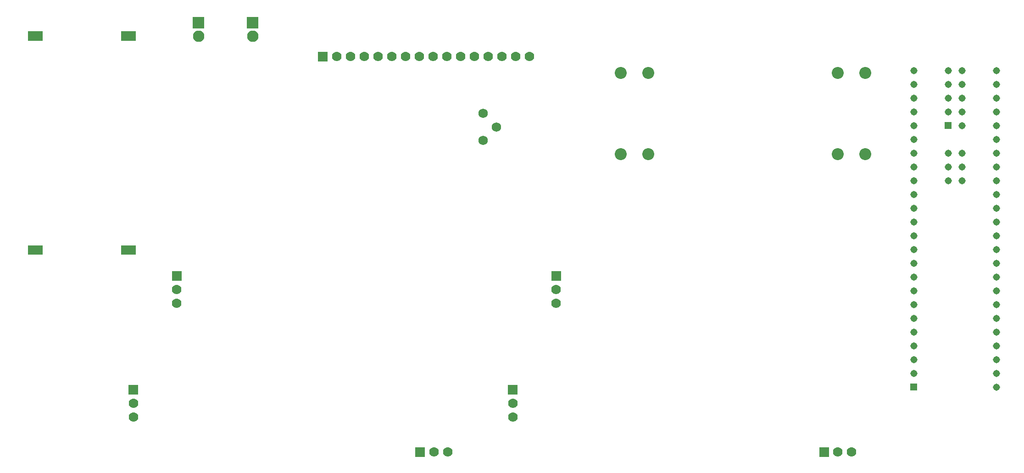
<source format=gts>
G04 Layer: TopSolderMaskLayer*
G04 EasyEDA v6.3.22, 2020-01-02T17:57:10--6:00*
G04 9629da53efd44d938a0aa96a75fe1ddf,91dbd57421b04f99998894d68b3b19aa,10*
G04 Gerber Generator version 0.2*
G04 Scale: 100 percent, Rotated: No, Reflected: No *
G04 Dimensions in millimeters *
G04 leading zeros omitted , absolute positions ,3 integer and 3 decimal *
%FSLAX33Y33*%
%MOMM*%
G90*
G71D02*

%ADD30C,1.311148*%
%ADD32C,1.311199*%
%ADD34C,2.203196*%
%ADD35C,1.727200*%
%ADD37C,1.778000*%
%ADD39C,2.103196*%

%LPD*%
G36*
G01X168343Y22345D02*
G01X168343Y23655D01*
G01X169656Y23655D01*
G01X169656Y22345D01*
G01X168343Y22345D01*
G37*
G54D30*
G01X168999Y25540D03*
G01X168999Y28080D03*
G01X168999Y30620D03*
G01X168999Y33160D03*
G01X168999Y35700D03*
G01X168999Y38240D03*
G01X168999Y40780D03*
G01X168999Y43320D03*
G01X168999Y45860D03*
G01X168999Y48400D03*
G01X168999Y50940D03*
G01X168999Y53480D03*
G01X168999Y56020D03*
G01X168999Y58560D03*
G01X168999Y61100D03*
G01X168999Y63640D03*
G01X168999Y66180D03*
G01X168999Y68720D03*
G01X168999Y71260D03*
G01X168999Y73800D03*
G01X168999Y76340D03*
G01X168999Y78880D03*
G01X168999Y81420D03*
G01X184239Y81420D03*
G01X184239Y78880D03*
G01X184239Y76340D03*
G01X184239Y73800D03*
G01X184239Y71260D03*
G01X184239Y68720D03*
G01X184239Y66180D03*
G01X184239Y63640D03*
G01X184239Y61100D03*
G01X184239Y58560D03*
G01X184239Y56020D03*
G01X184239Y53480D03*
G01X184239Y50940D03*
G01X184239Y48400D03*
G01X184239Y45860D03*
G01X184239Y43320D03*
G01X184239Y40780D03*
G01X184239Y38240D03*
G01X184239Y35700D03*
G01X184239Y33160D03*
G01X184239Y30620D03*
G01X184239Y28080D03*
G01X184239Y25540D03*
G01X184239Y23000D03*
G36*
G01X174693Y70605D02*
G01X174693Y71915D01*
G01X176006Y71915D01*
G01X176006Y70605D01*
G01X174693Y70605D01*
G37*
G01X175349Y73800D03*
G01X175349Y76340D03*
G01X175349Y78880D03*
G01X175349Y81420D03*
G01X177889Y81420D03*
G01X177889Y78880D03*
G01X177889Y76340D03*
G01X177889Y73800D03*
G01X177889Y71260D03*
G54D32*
G01X175349Y66180D03*
G01X175349Y63640D03*
G01X175349Y61100D03*
G01X177889Y66180D03*
G01X177889Y63640D03*
G01X177889Y61100D03*
G36*
G01X22727Y47427D02*
G01X22727Y49172D01*
G01X25471Y49172D01*
G01X25471Y47427D01*
G01X22727Y47427D01*
G37*
G36*
G01X5529Y47427D02*
G01X5529Y49172D01*
G01X8272Y49172D01*
G01X8272Y47427D01*
G01X5529Y47427D01*
G37*
G36*
G01X5529Y86929D02*
G01X5529Y88672D01*
G01X8272Y88672D01*
G01X8272Y86929D01*
G01X5529Y86929D01*
G37*
G36*
G01X22727Y86929D02*
G01X22727Y88672D01*
G01X25471Y88672D01*
G01X25471Y86929D01*
G01X22727Y86929D01*
G37*
G54D34*
G01X114920Y81000D03*
G01X120000Y81000D03*
G01X154999Y81000D03*
G01X160079Y81000D03*
G01X114920Y66000D03*
G01X120000Y66000D03*
G01X154999Y66000D03*
G01X160079Y66000D03*
G54D35*
G01X92000Y71000D03*
G01X89500Y68500D03*
G01X89500Y73500D03*
G36*
G01X59060Y83112D02*
G01X59060Y84890D01*
G01X60838Y84890D01*
G01X60838Y83112D01*
G01X59060Y83112D01*
G37*
G54D37*
G01X62490Y84000D03*
G01X65030Y84000D03*
G01X67570Y84000D03*
G01X70110Y84000D03*
G01X72650Y84000D03*
G01X75190Y84000D03*
G01X77730Y84000D03*
G01X80270Y84000D03*
G01X82810Y84000D03*
G01X85350Y84000D03*
G01X87890Y84000D03*
G01X90430Y84000D03*
G01X92970Y84000D03*
G01X95510Y84000D03*
G01X98050Y84000D03*
G01X103000Y38460D03*
G01X103000Y41000D03*
G36*
G01X102110Y42649D02*
G01X102110Y44427D01*
G01X103888Y44427D01*
G01X103888Y42649D01*
G01X102110Y42649D01*
G37*
G01X157539Y10999D03*
G01X154999Y10999D03*
G36*
G01X151571Y10109D02*
G01X151571Y11887D01*
G01X153349Y11887D01*
G01X153349Y10109D01*
G01X151571Y10109D01*
G37*
G01X32999Y38460D03*
G01X32999Y41000D03*
G36*
G01X32110Y42649D02*
G01X32110Y44427D01*
G01X33888Y44427D01*
G01X33888Y42649D01*
G01X32110Y42649D01*
G37*
G01X83000Y10999D03*
G01X80460Y10999D03*
G36*
G01X77030Y10109D02*
G01X77030Y11887D01*
G01X78808Y11887D01*
G01X78808Y10109D01*
G01X77030Y10109D01*
G37*
G01X24999Y17459D03*
G01X24999Y19999D03*
G36*
G01X24112Y21651D02*
G01X24112Y23429D01*
G01X25890Y23429D01*
G01X25890Y21651D01*
G01X24112Y21651D01*
G37*
G01X95000Y17459D03*
G01X95000Y19999D03*
G36*
G01X94112Y21651D02*
G01X94112Y23429D01*
G01X95890Y23429D01*
G01X95890Y21651D01*
G01X94112Y21651D01*
G37*
G36*
G01X45948Y89218D02*
G01X45948Y91321D01*
G01X48051Y91321D01*
G01X48051Y89218D01*
G01X45948Y89218D01*
G37*
G54D39*
G01X46999Y87730D03*
G36*
G01X35948Y89218D02*
G01X35948Y91321D01*
G01X38051Y91321D01*
G01X38051Y89218D01*
G01X35948Y89218D01*
G37*
G01X37000Y87729D03*
M00*
M02*

</source>
